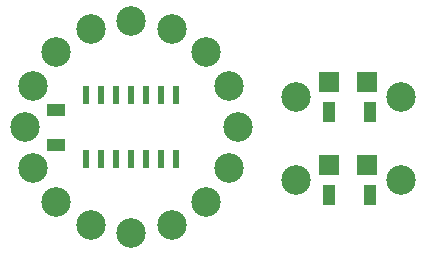
<source format=gtp>
G04 #@! TF.FileFunction,Paste,Top*
%FSLAX46Y46*%
G04 Gerber Fmt 4.6, Leading zero omitted, Abs format (unit mm)*
G04 Created by KiCad (PCBNEW 4.0.6) date 03/19/19 12:30:58*
%MOMM*%
%LPD*%
G01*
G04 APERTURE LIST*
%ADD10C,0.100000*%
%ADD11R,0.600000X1.500000*%
%ADD12R,1.600000X1.000000*%
%ADD13C,2.500000*%
%ADD14R,1.700000X1.800860*%
%ADD15R,1.100000X1.700000*%
G04 APERTURE END LIST*
D10*
D11*
X143510000Y-90330000D03*
X144780000Y-90330000D03*
X146050000Y-90330000D03*
X147320000Y-90330000D03*
X148590000Y-90330000D03*
X149860000Y-90330000D03*
X151130000Y-90330000D03*
X151130000Y-84930000D03*
X149860000Y-84930000D03*
X148590000Y-84930000D03*
X147320000Y-84930000D03*
X146050000Y-84930000D03*
X144780000Y-84930000D03*
X143510000Y-84930000D03*
D12*
X140970000Y-89130000D03*
X140970000Y-86130000D03*
D13*
X138300000Y-87600000D03*
X138990000Y-84160000D03*
X140940000Y-81240000D03*
X143860000Y-79290000D03*
X147300000Y-78600000D03*
X150740000Y-79290000D03*
X153660000Y-81240000D03*
X155610000Y-84160000D03*
X155610000Y-91040000D03*
X156300000Y-87600000D03*
X153660000Y-93960000D03*
X150740000Y-95910000D03*
X147300000Y-96600000D03*
X143860000Y-95910000D03*
X140940000Y-93960000D03*
X138990000Y-91040000D03*
D14*
X167259000Y-83820000D03*
X164084000Y-83820000D03*
D15*
X167513000Y-86360000D03*
X164084000Y-86360000D03*
D13*
X161290000Y-85090000D03*
X170180000Y-85090000D03*
D14*
X167259000Y-90805000D03*
X164084000Y-90805000D03*
D15*
X167513000Y-93345000D03*
X164084000Y-93345000D03*
D13*
X161290000Y-92075000D03*
X170180000Y-92075000D03*
M02*

</source>
